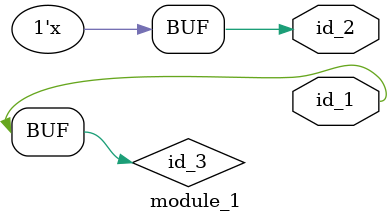
<source format=v>
module module_0 (
    id_1,
    id_2,
    id_3,
    id_4,
    id_5
);
  inout wire id_5;
  output wire id_4;
  output wire id_3;
  output wire id_2;
  output wire id_1;
  wire id_6;
  wire id_7;
  assign id_2 = -1'b0;
endmodule
module module_1 (
    id_1,
    id_2
);
  output wire id_2;
  output wire id_1;
  assign id_2 = id_3[-1'b0];
  wire id_4;
  assign id_1 = id_3;
  module_0 modCall_1 (
      id_4,
      id_2,
      id_2,
      id_2,
      id_4
  );
  wire id_5;
  ;
  wire id_6;
  wire id_7;
endmodule

</source>
